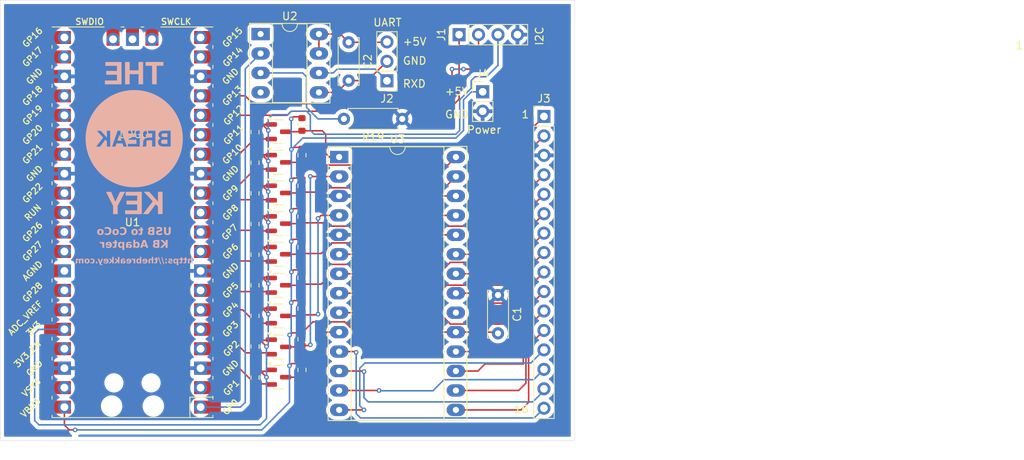
<source format=kicad_pcb>
(kicad_pcb (version 20240108) (generator "pcbnew") (generator_version "8.0")
  (layers (0 "F.Cu" signal) (31 "B.Cu" signal) (34 "B.Paste" user) (35 "F.Paste" user) (36 "B.SilkS" user "B.Silkscreen") (37 "F.SilkS" user "F.Silkscreen") (38 "B.Mask" user) (39 "F.Mask" user) (44 "Edge.Cuts" user))
  (net 0 "")
  (net 1 "SCL")
  (net 2 "SDA")
  (net 3 "+3V3")
  (net 4 "GND")
  (net 5 "UART_{GND}")
  (net 6 "UART_{+5V}")
  (net 7 "UART_{RXD}")
  (net 8 "Net-(J3-Pin_5)")
  (net 9 "Net-(J3-Pin_1)")
  (net 10 "Net-(J3-Pin_12)")
  (net 11 "Net-(J3-Pin_16)")
  (net 12 "Net-(J3-Pin_11)")
  (net 13 "Net-(J3-Pin_6)")
  (net 14 "Net-(J3-Pin_15)")
  (net 15 "Net-(J3-Pin_9)")
  (net 16 "Net-(J3-Pin_4)")
  (net 17 "Net-(J3-Pin_10)")
  (net 18 "Net-(J3-Pin_13)")
  (net 19 "Net-(J3-Pin_14)")
  (net 20 "Net-(J3-Pin_2)")
  (net 21 "Net-(J3-Pin_8)")
  (net 22 "Net-(J3-Pin_7)")
  (net 23 "RESET_{P}")
  (net 24 "RESET_{MT}")
  (net 25 "STROBE_{MT}")
  (net 26 "STROBE_{P}")
  (net 27 "DATA_{MT}")
  (net 28 "DATA_{P}")
  (net 29 "AX0_{MT}")
  (net 30 "AX0_{P}")
  (net 31 "AX1_{P}")
  (net 32 "AX1_{MT}")
  (net 33 "AX2_{MT}")
  (net 34 "AX2_{P}")
  (net 35 "AY0_{MT}")
  (net 36 "AY0_{P}")
  (net 37 "AY1_{MT}")
  (net 38 "AY1_{P}")
  (net 39 "AY2_{P}")
  (net 40 "AY2_{MT}")
  (net 41 "+5V")
  (net 42 "Net-(U2-C)")
  (net 50 "UART_{TX}")
  (footprint "Connector_PinHeader_2.54mm:PinHeader_1x04_P2.54mm_Vertical" (layer "F.Cu") (at 163.42 66.5 90)
    (property "Reference" "J1")
    (property "Value" "I2C" (hide yes))
  )
  (footprint "Resistor_SMD:R_0603_1608Metric" (layer "F.Cu") (at 142.9 102.2625 -90)
    (property "Reference" "R6" (hide yes))
    (property "Value" "10K" (hide yes))
  )
  (footprint "Package_TO_SOT_SMD:SOT-23" (layer "F.Cu") (at 139.8375 99.225)
    (property "Reference" "Q4" (hide yes))
    (property "Value" "BSS138" (hide yes))
  )
  (footprint "Resistor_SMD:R_0603_1608Metric" (layer "F.Cu") (at 142.9 106.26875 -90)
    (property "Reference" "R4" (hide yes))
    (property "Value" "10K" (hide yes))
  )
  (footprint "Package_TO_SOT_SMD:SOT-23" (layer "F.Cu") (at 139.8375 107.275)
    (property "Reference" "Q2" (hide yes))
    (property "Value" "BSS138" (hide yes))
  )
  (footprint "Resistor_SMD:R_0603_1608Metric" (layer "F.Cu") (at 142.9 98.25625 -90)
    (property "Reference" "R8" (hide yes))
    (property "Value" "10K" (hide yes))
  )
  (footprint "Resistor_SMD:R_0603_1608Metric" (layer "F.Cu") (at 142.9 78.225 -90)
    (property "Reference" "R18" (hide yes))
    (property "Value" "10K" (hide yes))
  )
  (footprint "Resistor_SMD:R_0603_1608Metric" (layer "F.Cu") (at 136.775 87.225 -90)
    (property "Reference" "R13" (hide yes))
    (property "Value" "10K" (hide yes))
  )
  (footprint "Resistor_SMD:R_0603_1608Metric" (layer "F.Cu") (at 136.775 95.225 -90)
    (property "Reference" "R9" (hide yes))
    (property "Value" "10K" (hide yes))
  )
  (footprint "MCU_RaspberryPi_and_Boards:RPi_Pico_SMD_TH" (layer "F.Cu") (at 120.775 91 180)
    (property "Reference" "U1")
    (property "Value" "Pico")
  )
  (footprint "Resistor_SMD:R_0603_1608Metric" (layer "F.Cu") (at 136.775 111.275 -90)
    (property "Reference" "R1" (hide yes))
    (property "Value" "10K" (hide yes))
  )
  (footprint "Package_TO_SOT_SMD:SOT-23" (layer "F.Cu") (at 139.8375 83.175)
    (property "Reference" "Q8" (hide yes))
    (property "Value" "BSS138" (hide yes))
  )
  (footprint "Resistor_SMD:R_0603_1608Metric" (layer "F.Cu") (at 136.775 79.225 -90)
    (property "Reference" "R15" (hide yes))
    (property "Value" "10K" (hide yes))
  )
  (footprint "Capacitor_THT:C_Disc_D6.0mm_W2.5mm_P5.00mm" (layer "F.Cu") (at 149 67.5 -90)
    (property "Reference" "C2")
    (property "Value" ".1µF" (hide yes))
  )
  (footprint "Resistor_THT:R_Axial_DIN0207_L6.3mm_D2.5mm_P7.62mm_Horizontal" (layer "F.Cu") (at 156 77.5 180)
    (property "Reference" "R19")
    (property "Value" "330" (hide yes))
  )
  (footprint "Capacitor_THT:C_Disc_D6.0mm_W2.5mm_P5.00mm" (layer "F.Cu") (at 168.5 100.5 -90)
    (property "Reference" "C1")
    (property "Value" ".1µF")
  )
  (footprint "Package_DIP:DIP-28_W15.24mm_Socket_LongPads" (layer "F.Cu") (at 147.76 82.48)
    (property "Reference" "U3")
    (property "Value" "MT8808")
  )
  (footprint "Resistor_SMD:R_0603_1608Metric" (layer "F.Cu") (at 136.775 107.225 -90)
    (property "Reference" "R3" (hide yes))
    (property "Value" "10K" (hide yes))
  )
  (footprint "Connector_PinHeader_2.54mm:PinHeader_1x02_P2.54mm_Vertical" (layer "F.Cu") (at 166.5 73.96)
    (property "Reference" "J4")
    (property "Value" "Power")
  )
  (footprint "Connector_PinHeader_2.54mm:PinHeader_1x03_P2.54mm_Vertical" (layer "F.Cu") (at 154 72.525 180)
    (property "Reference" "J2")
    (property "Value" "UART_{OUT}")
  )
  (footprint "Package_TO_SOT_SMD:SOT-23" (layer "F.Cu") (at 139.8375 91.175)
    (property "Reference" "Q6" (hide yes))
    (property "Value" "BSS138" (hide yes))
  )
  (footprint "Package_TO_SOT_SMD:SOT-23" (layer "F.Cu") (at 139.8375 79.175)
    (property "Reference" "Q9" (hide yes))
    (property "Value" "BSS138" (hide yes))
  )
  (footprint "Resistor_SMD:R_0603_1608Metric" (layer "F.Cu") (at 142.9 82.23125 -90)
    (property "Reference" "R17" (hide yes))
    (property "Value" "10K" (hide yes))
  )
  (footprint "Connector_PinHeader_2.54mm:PinHeader_1x16_P2.54mm_Vertical" (layer "F.Cu") (at 174.5 77.18)
    (property "Reference" "J3")
    (property "Value" "CoCo KB")
  )
  (footprint "Package_TO_SOT_SMD:SOT-23" (layer "F.Cu") (at 139.8375 87.175)
    (property "Reference" "Q7" (hide yes))
    (property "Value" "BSS138" (hide yes))
  )
  (footprint "Resistor_SMD:R_0603_1608Metric" (layer "F.Cu") (at 136.775 103.225 -90)
    (property "Reference" "R5" (hide yes))
    (property "Value" "10K" (hide yes))
  )
  (footprint "Package_TO_SOT_SMD:SOT-23" (layer "F.Cu") (at 139.8375 103.225)
    (property "Reference" "Q3" (hide yes))
    (property "Value" "BSS138" (hide yes))
  )
  (footprint "Resistor_SMD:R_0603_1608Metric" (layer "F.Cu") (at 142.9 94.25 -90)
    (property "Reference" "R10" (hide yes))
    (property "Value" "10K" (hide yes))
  )
  (footprint "Resistor_SMD:R_0603_1608Metric" (layer "F.Cu") (at 136.775 83.225 -90)
    (property "Reference" "R14" (hide yes))
    (property "Value" "10K" (hide yes))
  )
  (footprint "Package_TO_SOT_SMD:SOT-23" (layer "F.Cu") (at 139.8375 111.225)
    (property "Reference" "Q1" (hide yes))
    (property "Value" "BSS138" (hide yes))
  )
  (footprint "Package_DIP:DIP-8_W7.62mm_Socket_LongPads" (layer "F.Cu") (at 137.5 66.42)
    (property "Reference" "U2")
    (property "Value" "6N137")
  )
  (footprint "Package_TO_SOT_SMD:SOT-23" (layer "F.Cu") (at 139.8375 95.175)
    (property "Reference" "Q5" (hide yes))
    (property "Value" "BSS138" (hide yes))
  )
  (footprint "Resistor_SMD:R_0603_1608Metric" (layer "F.Cu") (at 142.9 90.24375 -90)
    (property "Reference" "R12" (hide yes))
    (property "Value" "10K" (hide yes))
  )
  (footprint "Resistor_SMD:R_0603_1608Metric" (layer "F.Cu") (at 142.9 86.2375 -90)
    (property "Reference" "R16" (hide yes))
    (property "Value" "10K" (hide yes))
  )
  (footprint "Resistor_SMD:R_0603_1608Metric" (layer "F.Cu") (at 136.775 99.225 -90)
    (property "Reference" "R7" (hide yes))
    (property "Value" "10K" (hide yes))
  )
  (footprint "Resistor_SMD:R_0603_1608Metric" (layer "F.Cu") (at 142.9 110.275 -90)
    (property "Reference" "R2" (hide yes))
    (property "Value" "10K" (hide yes))
  )
  (footprint "Resistor_SMD:R_0603_1608Metric" (layer "F.Cu") (at 136.775 91.225 -90)
    (property "Reference" "R11" (hide yes))
    (property "Value" "10K" (hide yes))
  )
  (footprint "tbk-branding:tbk-logo" (layer "F.Cu") (at 121 80)
    (property "Reference" "LOGO")
    (property "Value" "tbk-logo")
  )
  (gr_rect (start 103.5 62) (end 178.5 119.5) (stroke (width 0.05)) (fill none) (layer "Edge.Cuts"))
  (gr_text "https://thebreakkey.com" (at 121 96.5 0) (layer "B.SilkS") (effects (font (size 0.8 0.8) (thickness 0.2) (bold yes)) (justify bottom mirror)))
  (gr_text "USB to CoCo\nKB Adapter" (at 121 94.5 -0) (layer "B.SilkS") (effects (font (size 1 1) (thickness 0.2) (bold yes)) (justify bottom mirror)))
  (gr_text "1" (at 171.5 77.5 0) (layer "F.SilkS") (effects (font (size 1 1)) (justify left bottom)))
  (gr_text "I2C" (at 174.5 68 90) (layer "F.SilkS") (effects (font (size 1 1)) (justify left bottom)))
  (gr_text "RXD" (at 156 73.5 0) (layer "F.SilkS") (effects (font (size 1 1)) (justify left bottom)))
  (gr_text "GND" (at 161.5 77.5 0) (layer "F.SilkS") (effects (font (size 1 1)) (justify left bottom)))
  (gr_text "1" (at 236 68.5 0) (layer "F.SilkS") (effects (font (size 1 1)) (justify left bottom)))
  (gr_text "UART" (at 156 65.5 0) (layer "F.SilkS") (effects (font (size 1 1)) (justify right bottom)))
  (gr_text "Power" (at 169 79.5 0) (layer "F.SilkS") (effects (font (size 1 1)) (justify right bottom)))
  (gr_text "GND" (at 156 70.5 0) (layer "F.SilkS") (effects (font (size 1 1)) (justify left bottom)))
  (gr_text "16" (at 170.5 116 0) (layer "F.SilkS") (effects (font (size 1 1)) (justify left bottom)))
  (gr_text "+5V" (at 156 68 0) (layer "F.SilkS") (effects (font (size 1 1)) (justify left bottom)))
  (gr_text "+5V" (at 161.5 74.5 0) (layer "F.SilkS") (effects (font (size 1 1)) (justify left bottom)))
  (segment (start 162 75) (end 162.5 74.5) (width 0.2) (layer "F.Cu") (net 1))
  (segment (start 162.5 74.5) (end 162.5 71) (width 0.2) (layer "F.Cu") (net 1))
  (segment (start 147 75.5) (end 147.5 75) (width 0.2) (layer "F.Cu") (net 1))
  (segment (start 135.49 74.49) (end 136.5 75.5) (width 0.2) (layer "F.Cu") (net 1))
  (segment (start 129.665 74.49) (end 135.49 74.49) (width 0.2) (layer "F.Cu") (net 1))
  (segment (start 147.5 75) (end 162 75) (width 0.2) (layer "F.Cu") (net 1))
  (segment (start 165.5 71) (end 165.96 70.54) (width 0.2) (layer "F.Cu") (net 1))
  (segment (start 136.5 75.5) (end 147 75.5) (width 0.2) (layer "F.Cu") (net 1))
  (segment (start 165.96 70.54) (end 165.96 66.5) (width 0.2) (layer "F.Cu") (net 1))
  (segment (start 164 71) (end 165.5 71) (width 0.2) (layer "F.Cu") (net 1))
  (via (at 162.5 71) (size 0.6) (drill 0.3) (layers "F.Cu" "B.Cu") (net 1))
  (via (at 164 71) (size 0.6) (drill 0.3) (layers "F.Cu" "B.Cu") (net 1))
  (segment (start 162.5 71) (end 164 71) (width 0.2) (layer "B.Cu") (net 1))
  (segment (start 129.665 77.03) (end 140.97 77.03) (width 0.2) (layer "F.Cu") (net 2))
  (segment (start 147.5 75.5) (end 162.5 75.5) (width 0.2) (layer "F.Cu") (net 2))
  (segment (start 163.42 74.92) (end 163.42 66.5) (width 0.2) (layer "F.Cu") (net 2))
  (segment (start 146.5 76.5) (end 147.5 75.5) (width 0.2) (layer "F.Cu") (net 2))
  (segment (start 140.97 77.03) (end 141.5 76.5) (width 0.2) (layer "F.Cu") (net 2))
  (segment (start 162.84 75.5) (end 162.5 75.5) (width 0.2) (layer "F.Cu") (net 2))
  (segment (start 141.5 76.5) (end 146.5 76.5) (width 0.2) (layer "F.Cu") (net 2))
  (segment (start 163.42 74.92) (end 162.84 75.5) (width 0.2) (layer "F.Cu") (net 2))
  (segment (start 137.775 106.4) (end 138.825 106.4) (width 0.2) (layer "F.Cu") (net 3))
  (segment (start 138.825 106.4) (end 138.9 106.325) (width 0.2) (layer "F.Cu") (net 3))
  (segment (start 137 86.225) (end 138 86.225) (width 0.2) (layer "F.Cu") (net 3))
  (segment (start 137.775 110.725) (end 138.275 111.225) (width 0.2) (layer "F.Cu") (net 3))
  (segment (start 138 90.175) (end 138 90.5) (width 0.2) (layer "F.Cu") (net 3))
  (segment (start 137.775 106.725) (end 138.275 107.225) (width 0.2) (layer "F.Cu") (net 3))
  (segment (start 139.05 82.175) (end 139.125 82.1) (width 0.2) (layer "F.Cu") (net 3))
  (segment (start 138 94.225) (end 138.95 94.225) (width 0.2) (layer "F.Cu") (net 3))
  (segment (start 138 102.225) (end 138 102.5) (width 0.2) (layer "F.Cu") (net 3))
  (segment (start 138 98.175) (end 139.05 98.175) (width 0.2) (layer "F.Cu") (net 3))
  (segment (start 137 102.225) (end 138 102.225) (width 0.2) (layer "F.Cu") (net 3))
  (segment (start 138 82.175) (end 139.05 82.175) (width 0.2) (layer "F.Cu") (net 3))
  (segment (start 138 98.5) (end 138.5 99) (width 0.2) (layer "F.Cu") (net 3))
  (segment (start 138 90.5) (end 138.5 91) (width 0.2) (layer "F.Cu") (net 3))
  (segment (start 138 86.225) (end 138.95 86.225) (width 0.2) (layer "F.Cu") (net 3))
  (segment (start 137.775 110.45) (end 138.725 110.45) (width 0.2) (layer "F.Cu") (net 3))
  (segment (start 138 98.175) (end 138 98.5) (width 0.2) (layer "F.Cu") (net 3))
  (segment (start 138 90.175) (end 139.05 90.175) (width 0.2) (layer "F.Cu") (net 3))
  (segment (start 138 78.5) (end 138.5 79) (width 0.2) (layer "F.Cu") (net 3))
  (segment (start 139.05 98.175) (end 139.125 98.1) (width 0.2) (layer "F.Cu") (net 3))
  (segment (start 137 98.175) (end 138 98.175) (width 0.2) (layer "F.Cu") (net 3))
  (segment (start 136.775 110.45) (end 137.775 110.45) (width 0.2) (layer "F.Cu") (net 3))
  (segment (start 137 90.175) (end 138 90.175) (width 0.2) (layer "F.Cu") (net 3))
  (segment (start 137.775 106.4) (end 137.775 106.725) (width 0.2) (layer "F.Cu") (net 3))
  (segment (start 138 94.5) (end 138.5 95) (width 0.2) (layer "F.Cu") (net 3))
  (segment (start 138 82.175) (end 138 82.5) (width 0.2) (layer "F.Cu") (net 3))
  (segment (start 138 78.225) (end 138 78.5) (width 0.2) (layer "F.Cu") (net 3))
  (segment (start 137 78.225) (end 138 78.225) (width 0.2) (layer "F.Cu") (net 3))
  (segment (start 136.775 106.4) (end 137.775 106.4) (width 0.2) (layer "F.Cu") (net 3))
  (segment (start 138 86.225) (end 138 86.5) (width 0.2) (layer "F.Cu") (net 3))
  (segment (start 137.775 110.45) (end 137.775 110.725) (width 0.2) (layer "F.Cu") (net 3))
  (segment (start 139.05 90.175) (end 139.125 90.1) (width 0.2) (layer "F.Cu") (net 3))
  (segment (start 138 94.225) (end 138 94.5) (width 0.2) (layer "F.Cu") (net 3))
  (segment (start 138 86.5) (end 138.5 87) (width 0.2) (layer "F.Cu") (net 3))
  (segment (start 138 102.5) (end 138.5 103) (width 0.2) (layer "F.Cu") (net 3))
  (segment (start 138 78.225) (end 138.95 78.225) (width 0.2) (layer "F.Cu") (net 3))
  (segment (start 137 94.225) (end 138 94.225) (width 0.2) (layer "F.Cu") (net 3))
  (segment (start 138 82.5) (end 138.5 83) (width 0.2) (layer "F.Cu") (net 3))
  (segment (start 137 82.175) (end 138 82.175) (width 0.2) (layer "F.Cu") (net 3))
  (segment (start 138 102.225) (end 138.95 102.225) (width 0.2) (layer "F.Cu") (net 3))
  (via (at 138.5 95) (size 0.6) (drill 0.3) (layers "F.Cu" "B.Cu") (net 3))
  (via (at 138.5 79) (size 0.6) (drill 0.3) (layers "F.Cu" "B.Cu") (net 3))
  (via (at 138.275 107.225) (size 0.6) (drill 0.3) (layers "F.Cu" "B.Cu") (net 3))
  (via (at 138.5 103) (size 0.6) (drill 0.3) (layers "F.Cu" "B.Cu") (net 3))
  (via (at 138.5 87) (size 0.6) (drill 0.3) (layers "F.Cu" "B.Cu") (net 3))
  (via (at 138.5 99) (size 0.6) (drill 0.3) (layers "F.Cu" "B.Cu") (net 3))
  (via (at 138.5 83) (size 0.6) (drill 0.3) (layers "F.Cu" "B.Cu") (net 3))
  (via (at 138.275 111.225) (size 0.6) (drill 0.3) (layers "F.Cu" "B.Cu") (net 3))
  (via (at 138.5 91) (size 0.6) (drill 0.3) (layers "F.Cu" "B.Cu") (net 3))
  (segment (start 163.5 79) (end 163.5 75) (width 0.2) (layer "B.Cu") (net 3))
  (segment (start 165 72.5) (end 165.5 72) (width 0.2) (layer "B.Cu") (net 3))
  (segment (start 144.5 79.5) (end 163 79.5) (width 0.2) (layer "B.Cu") (net 3))
  (segment (start 138.5 79) (end 138.5 77.5) (width 0.2) (layer "B.Cu") (net 3))
  (segment (start 109.03 104.97) (end 111.885 104.97) (width 0.2) (layer "B.Cu") (net 3))
  (segment (start 144 77) (end 144 79) (width 0.2) (layer "B.Cu") (net 3))
  (segment (start 138.5 107) (end 138.275 107.225) (width 0.2) (layer "B.Cu") (net 3))
  (segment (start 108 116.89) (end 108 105.5) (width 0.2) (layer "B.Cu") (net 3))
  (segment (start 163.5 75) (end 165 73.5) (width 0.2) (layer "B.Cu") (net 3))
  (segment (start 143.5 76.5) (end 144 77) (width 0.2) (layer "B.Cu") (net 3))
  (segment (start 165.5 72) (end 167 72) (width 0.2) (layer "B.Cu") (net 3))
  (segment (start 138.5 83) (end 138.5 87) (width 0.2) (layer "B.Cu") (net 3))
  (segment (start 163 79.5) (end 163.5 79) (width 0.2) (layer "B.Cu") (net 3))
  (segment (start 109 105) (end 109.03 104.97) (width 0.2) (layer "B.Cu") (net 3))
  (segment (start 138.275 107.225) (end 138.275 111.225) (width 0.2) (layer "B.Cu") (net 3))
  (segment (start 139.05 76.95) (end 141.05 76.95) (width 0.2) (layer "B.Cu") (net 3))
  (segment (start 108 105.5) (end 108.5 105) (width 0.2) (layer "B.Cu") (net 3))
  (segment (start 138.5 95) (end 138.5 99) (width 0.2) (layer "B.Cu") (net 3))
  (segment (start 167 72) (end 168.5 70.5) (width 0.2) (layer "B.Cu") (net 3))
  (segment (start 168.5 70.5) (end 168.5 66.5) (width 0.2) (layer "B.Cu") (net 3))
  (segment (start 138.5 103) (end 138.5 107) (width 0.2) (layer "B.Cu") (net 3))
  (segment (start 141.5 76.5) (end 143.5 76.5) (width 0.2) (layer "B.Cu") (net 3))
  (segment (start 108.55 117.44) (end 108 116.89) (width 0.2) (layer "B.Cu") (net 3))
  (segment (start 138.5 87) (end 138.5 91) (width 0.2) (layer "B.Cu") (net 3))
  (segment (start 138.275 116.625) (end 137.45 117.45) (width 0.2) (layer "B.Cu") (net 3))
  (segment (start 137.45 117.45) (end 108.55 117.45) (width 0.2) (layer "B.Cu") (net 3))
  (segment (start 138.5 91) (end 138.5 95) (width 0.2) (layer "B.Cu") (net 3))
  (segment (start 165 73.5) (end 165 72.5) (width 0.2) (layer "B.Cu") (net 3))
  (segment (start 138.5 77.5) (end 139.05 76.95) (width 0.2) (layer "B.Cu") (net 3))
  (segment (start 144 79) (end 144.5 79.5) (width 0.2) (layer "B.Cu") (net 3))
  (segment (start 138.275 111.225) (end 138.275 116.625) (width 0.2) (layer "B.Cu") (net 3))
  (segment (start 141.05 76.95) (end 141.5 76.5) (width 0.2) (layer "B.Cu") (net 3))
  (segment (start 108.5 105) (end 109 105) (width 0.2) (layer "B.Cu") (net 3))
  (segment (start 138.5 99) (end 138.5 103) (width 0.2) (layer "B.Cu") (net 3))
  (segment (start 138.5 79) (end 138.5 83) (width 0.2) (layer "B.Cu") (net 3))
  (segment (start 147.46 74.04) (end 149 72.5) (width 0.2) (layer "F.Cu") (net 5))
  (segment (start 151.485 72.5) (end 154 69.985) (width 0.2) (layer "F.Cu") (net 5))
  (segment (start 145.12 74.04) (end 147.46 74.04) (width 0.2) (layer "F.Cu") (net 5))
  (segment (start 149 72.5) (end 151.485 72.5) (width 0.2) (layer "F.Cu") (net 5))
  (segment (start 149 67.5) (end 153.945 67.5) (width 0.2) (layer "F.Cu") (net 6))
  (segment (start 153.945 67.5) (end 154 67.445) (width 0.2) (layer "F.Cu") (net 6))
  (segment (start 145.12 66.42) (end 145.12 68.96) (width 0.2) (layer "F.Cu") (net 6))
  (segment (start 145.12 66.42) (end 147.92 66.42) (width 0.2) (layer "F.Cu") (net 6))
  (segment (start 147.92 66.42) (end 149 67.5) (width 0.2) (layer "F.Cu") (net 6))
  (segment (start 145.12 71.5) (end 147 71.5) (width 0.2) (layer "B.Cu") (net 7))
  (segment (start 147 71.5) (end 147.5 71) (width 0.2) (layer "B.Cu") (net 7))
  (segment (start 147.5 71) (end 152.475 71) (width 0.2) (layer "B.Cu") (net 7))
  (segment (start 152.475 71) (end 154 72.525) (width 0.2) (layer "B.Cu") (net 7))
  (segment (start 171.95 97) (end 171.95 95.832513) (width 0.2) (layer "F.Cu") (net 8))
  (segment (start 172.442513 91.442512) (end 172.442513 89.397487) (width 0.2) (layer "F.Cu") (net 8))
  (segment (start 172.282513 91.602512) (end 172.442513 91.442512) (width 0.2) (layer "F.Cu") (net 8))
  (segment (start 171.95 95.832513) (end 172.282513 95.5) (width 0.2) (layer "F.Cu") (net 8))
  (segment (start 163 97.72) (end 171.23 97.72) (width 0.2) (layer "F.Cu") (net 8))
  (segment (start 172.442513 89.397487) (end 174.5 87.34) (width 0.2) (layer "F.Cu") (net 8))
  (segment (start 171.23 97.72) (end 171.95 97) (width 0.2) (layer "F.Cu") (net 8))
  (segment (start 172.282513 95.5) (end 172.282513 91.602512) (width 0.2) (layer "F.Cu") (net 8))
  (segment (start 165 91.5) (end 155.005026 91.5) (width 0.2) (layer "F.Cu") (net 9))
  (segment (start 171 90.5) (end 166 90.5) (width 0.2) (layer "F.Cu") (net 9))
  (segment (start 174.5 77.18) (end 172.15 79.53) (width 0.2) (layer "F.Cu") (net 9))
  (segment (start 172.15 87.85) (end 171 89) (width 0.2) (layer "F.Cu") (net 9))
  (segment (start 155.005026 91.5) (end 151.325026 95.18) (width 0.2) (layer "F.Cu") (net 9))
  (segment (start 171 89) (end 171 90.5) (width 0.2) (layer "F.Cu") (net 9))
  (segment (start 151.325026 95.18) (end 147.76 95.18) (width 0.2) (layer "F.Cu") (net 9))
  (segment (start 172.15 79.53) (end 172.15 87.85) (width 0.2) (layer "F.Cu") (net 9))
  (segment (start 166 90.5) (end 165 91.5) (width 0.2) (layer "F.Cu") (net 9))
  (segment (start 172.5 107.12) (end 174.5 105.12) (width 0.2) (layer "F.Cu") (net 10))
  (segment (start 172.5 114.5) (end 172.5 107.12) (width 0.2) (layer "F.Cu") (net 10))
  (segment (start 163 115.5) (end 171.5 115.5) (width 0.2) (layer "F.Cu") (net 10))
  (segment (start 171.5 115.5) (end 172.5 114.5) (width 0.2) (layer "F.Cu") (net 10))
  (segment (start 147.76 107.88) (end 149.88 107.88) (width 0.2) (layer "F.Cu") (net 11))
  (segment (start 149.88 107.88) (end 149.981272 107.981273) (width 0.2) (layer "F.Cu") (net 11))
  (via (at 149.981272 107.981273) (size 0.6) (drill 0.3) (layers "F.Cu" "B.Cu") (net 11))
  (segment (start 174.5 115.28) (end 173.23 116.55) (width 0.2) (layer "B.Cu") (net 11))
  (segment (start 173.23 116.55) (end 150.55 116.55) (width 0.2) (layer "B.Cu") (net 11))
  (segment (start 149.981272 115.981272) (end 149.981272 107.981273) (width 0.2) (layer "B.Cu") (net 11))
  (segment (start 150.55 116.55) (end 149.981272 115.981272) (width 0.2) (layer "B.Cu") (net 11))
  (segment (start 163 112.96) (end 171.19 112.96) (width 0.2) (layer "F.Cu") (net 12))
  (segment (start 172.15 106.85) (end 172.5 106.5) (width 0.2) (layer "F.Cu") (net 12))
  (segment (start 172.5 106.5) (end 172.5 104.58) (width 0.2) (layer "F.Cu") (net 12))
  (segment (start 172.15 112) (end 172.15 106.85) (width 0.2) (layer "F.Cu") (net 12))
  (segment (start 171.19 112.96) (end 172.15 112) (width 0.2) (layer "F.Cu") (net 12))
  (segment (start 172.5 104.58) (end 174.5 102.58) (width 0.2) (layer "F.Cu") (net 12))
  (segment (start 172.632513 95.837538) (end 172.3 96.170051) (width 0.2) (layer "F.Cu") (net 13))
  (segment (start 172.3 96.170051) (end 172.3 98) (width 0.2) (layer "F.Cu") (net 13))
  (segment (start 161.79 99.21) (end 160.74 100.26) (width 0.2) (layer "F.Cu") (net 13))
  (segment (start 172.3 98) (end 171.09 99.21) (width 0.2) (layer "F.Cu") (net 13))
  (segment (start 172.632513 91.747487) (end 172.632513 95.837538) (width 0.2) (layer "F.Cu") (net 13))
  (segment (start 161.79 99.21) (end 171.09 99.21) (width 0.2) (layer "F.Cu") (net 13))
  (segment (start 174.5 89.88) (end 172.632513 91.747487) (width 0.2) (layer "F.Cu") (net 13))
  (segment (start 160.74 100.26) (end 147.76 100.26) (width 0.2) (layer "F.Cu") (net 13))
  (segment (start 147.76 110.42) (end 150.92 110.42) (width 0.2) (layer "F.Cu") (net 14))
  (segment (start 150.92 110.42) (end 151 110.5) (width 0.2) (layer "F.Cu") (net 14))
  (via (at 151 110.5) (size 0.6) (drill 0.3) (layers "F.Cu" "B.Cu") (net 14))
  (segment (start 173.05 114.45) (end 174.5 113) (width 0.2) (layer "B.Cu") (net 14))
  (segment (start 174.5 113) (end 174.5 112.74) (width 0.2) (layer "B.Cu") (net 14))
  (segment (start 151 113.9) (end 151.55 114.45) (width 0.2) (layer "B.Cu") (net 14))
  (segment (start 151.55 114.45) (end 173.05 114.45) (width 0.2) (layer "B.Cu") (net 14))
  (segment (start 151 110.5) (end 151 113.9) (width 0.2) (layer "B.Cu") (net 14))
  (segment (start 172.4 99.6) (end 172.4 103.5) (width 0.2) (layer "F.Cu") (net 15))
  (segment (start 172.4 103.5) (end 171.8 104.1) (width 0.2) (layer "F.Cu") (net 15))
  (segment (start 171.45 106.56005) (end 171.45 107) (width 0.2) (layer "F.Cu") (net 15))
  (segment (start 166.45 107) (end 171.45 107) (width 0.2) (layer "F.Cu") (net 15))
  (segment (start 165.57 107.88) (end 163 107.88) (width 0.2) (layer "F.Cu") (net 15))
  (segment (start 174.5 97.5) (end 172.4 99.6) (width 0.2) (layer "F.Cu") (net 15))
  (segment (start 171.8 106.21005) (end 171.45 106.56005) (width 0.2) (layer "F.Cu") (net 15))
  (segment (start 166.45 107) (end 165.57 107.88) (width 0.2) (layer "F.Cu") (net 15))
  (segment (start 171.8 104.1) (end 171.8 106.21005) (width 0.2) (layer "F.Cu") (net 15))
  (segment (start 174.5 84.8) (end 173 86.3) (width 0.2) (layer "F.Cu") (net 16))
  (segment (start 173 88) (end 171.932513 89.067487) (width 0.2) (layer "F.Cu") (net 16))
  (segment (start 173 86.3) (end 173 88) (width 0.2) (layer "F.Cu") (net 16))
  (segment (start 171.057538 96.23) (end 162.27 96.23) (width 0.2) (layer "F.Cu") (net 16))
  (segment (start 160.78 97.72) (end 147.76 97.72) (width 0.2) (layer "F.Cu") (net 16))
  (segment (start 171.932513 95.355025) (end 171.057538 96.23) (width 0.2) (layer "F.Cu") (net 16))
  (segment (start 162.27 96.23) (end 160.78 97.72) (width 0.2) (layer "F.Cu") (net 16))
  (segment (start 171.932513 89.067487) (end 171.932513 95.355025) (width 0.2) (layer "F.Cu") (net 16))
  (segment (start 172.75 101.79) (end 172.75 103.75) (width 0.2) (layer "F.Cu") (net 17))
  (segment (start 171.8 109.5) (end 166.8 109.5) (width 0.2) (layer "F.Cu") (net 17))
  (segment (start 172.15 106.355025) (end 171.8 106.705025) (width 0.2) (layer "F.Cu") (net 17))
  (segment (start 166.8 109.5) (end 165.88 110.42) (width 0.2) (layer "F.Cu") (net 17))
  (segment (start 172.15 104.35) (end 172.15 106.355025) (width 0.2) (layer "F.Cu") (net 17))
  (segment (start 172.75 103.75) (end 172.15 104.35) (width 0.2) (layer "F.Cu") (net 17))
  (segment (start 165.88 110.42) (end 163 110.42) (width 0.2) (layer "F.Cu") (net 17))
  (segment (start 174.5 100.04) (end 172.75 101.79) (width 0.2) (layer "F.Cu") (net 17))
  (segment (start 171.8 106.705025) (end 171.8 109.5) (width 0.2) (layer "F.Cu") (net 17))
  (segment (start 147.76 115.5) (end 150.5 115.5) (width 0.2) (layer "F.Cu") (net 18))
  (segment (start 150.5 115.5) (end 151 115.5) (width 0.2) (layer "F.Cu") (net 18))
  (via (at 151 115.5) (size 0.6) (drill 0.3) (layers "F.Cu" "B.Cu") (net 18))
  (segment (start 151.13 109.37) (end 150.45 110.05) (width 0.2) (layer "B.Cu") (net 18))
  (segment (start 150.45 110.05) (end 150.45 114.95) (width 0.2) (layer "B.Cu") (net 18))
  (segment (start 150.45 114.95) (end 151 115.5) (width 0.2) (layer "B.Cu") (net 18))
  (segment (start 172.79 109.37) (end 151.13 109.37) (width 0.2) (layer "B.Cu") (net 18))
  (segment (start 174.5 107.66) (end 172.79 109.37) (width 0.2) (layer "B.Cu") (net 18))
  (segment (start 147.76 112.96) (end 152.96 112.96) (width 0.2) (layer "F.Cu") (net 19))
  (via (at 152.96 112.96) (size 0.6) (drill 0.3) (layers "F.Cu" "B.Cu") (net 19))
  (segment (start 173.15 111.55) (end 161.45 111.55) (width 0.2) (layer "B.Cu") (net 19))
  (segment (start 161.45 111.55) (end 160 113) (width 0.2) (layer "B.Cu") (net 19))
  (segment (start 174.5 110.2) (end 173.15 111.55) (width 0.2) (layer "B.Cu") (net 19))
  (segment (start 160 113) (end 153 113) (width 0.2) (layer "B.Cu") (net 19))
  (segment (start 153 113) (end 152.96 112.96) (width 0.2) (layer "B.Cu") (net 19))
  (segment (start 172.5 81.72) (end 172.5 88) (width 0.2) (layer "F.Cu") (net 20))
  (segment (start 172.5 88) (end 171.5 89) (width 0.2) (layer "F.Cu") (net 20))
  (segment (start 166.5 94.5) (end 165.82 95.18) (width 0.2) (layer "F.Cu") (net 20))
  (segment (start 171.5 89) (end 171.5 94.5) (width 0.2) (layer "F.Cu") (net 20))
  (segment (start 165.82 95.18) (end 163 95.18) (width 0.2) (layer "F.Cu") (net 20))
  (segment (start 171.5 94.5) (end 166.5 94.5) (width 0.2) (layer "F.Cu") (net 20))
  (segment (start 174.5 79.72) (end 172.5 81.72) (width 0.2) (layer "F.Cu") (net 20))
  (segment (start 171.45 101.55) (end 172 101) (width 0.2) (layer "F.Cu") (net 21))
  (segment (start 171.45 104.05) (end 171.45 101.55) (width 0.2) (layer "F.Cu") (net 21))
  (segment (start 173 98.5) (end 173 96.46) (width 0.2) (layer "F.Cu") (net 21))
  (segment (start 160.8 102.8) (end 162.29 104.29) (width 0.2) (layer "F.Cu") (net 21))
  (segment (start 171.21 104.29) (end 171.45 104.05) (width 0.2) (layer "F.Cu") (net 21))
  (segment (start 172 101) (end 172 99.5) (width 0.2) (layer "F.Cu") (net 21))
  (segment (start 173 96.46) (end 174.5 94.96) (width 0.2) (layer "F.Cu") (net 21))
  (segment (start 172 99.5) (end 173 98.5) (width 0.2) (layer "F.Cu") (net 21))
  (segment (start 162.29 104.29) (end 171.21 104.29) (width 0.2) (layer "F.Cu") (net 21))
  (segment (start 147.76 102.8) (end 160.8 102.8) (width 0.2) (layer "F.Cu") (net 21))
  (segment (start 170.45 101.55) (end 171.5 100.5) (width 0.2) (layer "F.Cu") (net 22))
  (segment (start 163 100.26) (end 166.26 100.26) (width 0.2) (layer "F.Cu") (net 22))
  (segment (start 172.982513 95.982513) (end 172.982513 93.937487) (width 0.2) (layer "F.Cu") (net 22))
  (segment (start 172.65 98.35) (end 172.65 96.315026) (width 0.2) (layer "F.Cu") (net 22))
  (segment (start 167.55 101.55) (end 170.45 101.55) (width 0.2) (layer "F.Cu") (net 22))
  (segment (start 166.26 100.26) (end 167.55 101.55) (width 0.2) (layer "F.Cu") (net 22))
  (segment (start 171.5 99.5) (end 172.65 98.35) (width 0.2) (layer "F.Cu") (net 22))
  (segment (start 172.65 96.315026) (end 172.982513 95.982513) (width 0.2) (layer "F.Cu") (net 22))
  (segment (start 171.5 100.5) (end 171.5 99.5) (width 0.2) (layer "F.Cu") (net 22))
  (segment (start 172.982513 93.937487) (end 174.5 92.42) (width 0.2) (layer "F.Cu") (net 22))
  (segment (start 138.825 112.1) (end 138.9 112.175) (width 0.2) (layer "F.Cu") (net 23))
  (segment (start 129.665 107.51) (end 132.185 107.51) (width 0.2) (layer "F.Cu") (net 23))
  (segment (start 136.775 112.1) (end 138.825 112.1) (width 0.2) (layer "F.Cu") (net 23))
  (segment (start 132.185 107.51) (end 136.775 112.1) (width 0.2) (layer "F.Cu") (net 23))
  (segment (start 145.4 111.1) (end 142.9 111.1) (width 0.2) (layer "F.Cu") (net 24))
  (segment (start 145.4 111.1) (end 146 110.5) (width 0.2) (layer "F.Cu") (net 24))
  (segment (start 146 105.5) (end 146.16 105.34) (width 0.2) (layer "F.Cu") (net 24))
  (segment (start 146.16 105.34) (end 147.76 105.34) (width 0.2) (layer "F.Cu") (net 24))
  (segment (start 146 110.5) (end 146 105.5) (width 0.2) (layer "F.Cu") (net 24))
  (segment (start 140.775 111.225) (end 142.775 111.225) (width 0.2) (layer "F.Cu") (net 24))
  (segment (start 142.775 111.225) (end 142.9 111.1) (width 0.2) (layer "F.Cu") (net 24))
  (segment (start 144.02 85.02) (end 147.76 85.02) (width 0.2) (layer "F.Cu") (net 25))
  (segment (start 144 85) (end 144.02 85.02) (width 0.2) (layer "F.Cu") (net 25))
  (segment (start 140.775 107.275) (end 142.71875 107.275) (width 0.2) (layer "F.Cu") (net 25))
  (segment (start 143.90625 107.09375) (end 144 107) (width 0.2) (layer "F.Cu") (net 25))
  (segment (start 142.71875 107.275) (end 142.9 107.09375) (width 0.2) (layer "F.Cu") (net 25))
  (segment (start 142.9 107.09375) (end 143.90625 107.09375) (width 0.2) (layer "F.Cu") (net 25))
  (via (at 144 85) (size 0.6) (drill 0.3) (layers "F.Cu" "B.Cu") (net 25))
  (via (at 144 107) (size 0.6) (drill 0.3) (layers "F.Cu" "B.Cu") (net 25))
  (segment (start 144 107) (end 144 85) (width 0.2) (layer "B.Cu") (net 25))
  (segment (start 129.665 104.97) (end 132.47 104.97) (width 0.2) (layer "F.Cu") (net 26))
  (segment (start 138.725 108.05) (end 138.9 108.225) (width 0.2) (layer "F.Cu") (net 26))
  (segment (start 135.55 108.05) (end 136.775 108.05) (width 0.2) (layer "F.Cu") (net 26))
  (segment (start 132.47 104.97) (end 135.55 108.05) (width 0.2) (layer "F.Cu") (net 26))
  (segment (start 136.775 108.05) (end 138.725 108.05) (width 0.2) (layer "F.Cu") (net 26))
  (segment (start 144.9125 103.0875) (end 145 103) (width 0.2) (layer "F.Cu") (net 27))
  (segment (start 145 90.5) (end 145.4 90.1) (width 0.2) (layer "F.Cu") (net 27))
  (segment (start 140.775 103.225) (end 142.7625 103.225) (width 0.2) (layer "F.Cu") (net 27))
  (segment (start 145.4 90.1) (end 147.76 90.1) (width 0.2) (layer "F.Cu") (net 27))
  (segment (start 142.9 103.0875) (end 144.9125 103.0875) (width 0.2) (layer "F.Cu") (net 27))
  (segment (start 142.7625 103.225) (end 142.9 103.0875) (width 0.2) (layer "F.Cu") (net 27))
  (segment (start 147.36 90.5) (end 147.76 90.1) (width 0.2) (layer "F.Cu") (net 27))
  (via (at 145 90.5) (size 0.6) (drill 0.3) (layers "F.Cu" "B.Cu") (net 27))
  (via (at 145 103) (size 0.6) (drill 0.3) (layers "F.Cu" "B.Cu") (net 27))
  (segment (start 145 103) (end 145 90.5) (width 0.2) (layer "B.Cu") (net 27))
  (segment (start 136.775 104.05) (end 137.45 104.05) (width 0.2) (layer "F.Cu") (net 28))
  (segment (start 135.155 102.43) (end 136.775 104.05) (width 0.2) (layer "F.Cu") (net 28))
  (segment (start 137.45 104.05) (end 137.575 104.175) (width 0.2) (layer "F.Cu") (net 28))
  (segment (start 137.575 104.175) (end 138.9 104.175) (width 0.2) (layer "F.Cu") (net 28))
  (segment (start 129.665 102.43) (end 135.155 102.43) (width 0.2) (layer "F.Cu") (net 28))
  (segment (start 146.5 96.5) (end 146 97) (width 0.2) (layer "F.Cu") (net 29))
  (segment (start 145.41875 99.08125) (end 142.9 99.08125) (width 0.2) (layer "F.Cu") (net 29))
  (segment (start 150.5 96.5) (end 146.5 96.5) (width 0.2) (layer "F.Cu") (net 29))
  (segment (start 154.36 92.64) (end 150.5 96.5) (width 0.2) (layer "F.Cu") (net 29))
  (segment (start 163 92.64) (end 154.36 92.64) (width 0.2) (layer "F.Cu") (net 29))
  (segment (start 146 97) (end 146 98.5) (width 0.2) (layer "F.Cu") (net 29))
  (segment (start 140.775 99.225) (end 142.75625 99.225) (width 0.2) (layer "F.Cu") (net 29))
  (segment (start 142.75625 99.225) (end 142.9 99.08125) (width 0.2) (layer "F.Cu") (net 29))
  (segment (start 146 98.5) (end 145.41875 99.08125) (width 0.2) (layer "F.Cu") (net 29))
  (segment (start 129.825 100.05) (end 136.775 100.05) (width 0.2) (layer "F.Cu") (net 30))
  (segment (start 129.665 99.89) (end 129.825 100.05) (width 0.2) (layer "F.Cu") (net 30))
  (segment (start 136.775 100.05) (end 138.775 100.05) (width 0.2) (layer "F.Cu") (net 30))
  (segment (start 138.775 100.05) (end 138.9 100.175) (width 0.2) (layer "F.Cu") (net 30))
  (segment (start 133.31 94.81) (end 134.55 96.05) (width 0.2) (layer "F.Cu") (net 31))
  (segment (start 134.55 96.05) (end 136.775 96.05) (width 0.2) (layer "F.Cu") (net 31))
  (segment (start 136.775 96.05) (end 138.825 96.05) (width 0.2) (layer "F.Cu") (net 31))
  (segment (start 129.665 94.81) (end 133.31 94.81) (width 0.2) (layer "F.Cu") (net 31))
  (segment (start 138.825 96.05) (end 138.9 96.125) (width 0.2) (layer "F.Cu") (net 31))
  (segment (start 142.8 95.175) (end 142.9 95.075) (width 0.2) (layer "F.Cu") (net 32))
  (segment (start 155.9 90.1) (end 152.31 93.69) (width 0.2) (layer "F.Cu") (net 32))
  (segment (start 152.31 93.69) (end 146.81 93.69) (width 0.2) (layer "F.Cu") (net 32))
  (segment (start 140.775 95.175) (end 142.8 95.175) (width 0.2) (layer "F.Cu") (net 32))
  (segment (start 146.81 93.69) (end 145.425 95.075) (width 0.2) (layer "F.Cu") (net 32))
  (segment (start 145.425 95.075) (end 142.9 95.075) (width 0.2) (layer "F.Cu") (net 32))
  (segment (start 163 90.1) (end 155.9 90.1) (width 0.2) (layer "F.Cu") (net 32))
  (segment (start 142.79375 91.175) (end 142.9 91.06875) (width 0.2) (layer "F.Cu") (net 33))
  (segment (start 154.005026 91.5) (end 157.945026 87.56) (width 0.2) (layer "F.Cu") (net 33))
  (segment (start 146 91.5) (end 154.005026 91.5) (width 0.2) (layer "F.Cu") (net 33))
  (segment (start 140.775 91.175) (end 142.79375 91.175) (width 0.2) (layer "F.Cu") (net 33))
  (segment (start 145.56875 91.06875) (end 142.9 91.06875) (width 0.2) (layer "F.Cu") (net 33))
  (segment (start 157.945026 87.56) (end 163 87.56) (width 0.2) (layer "F.Cu") (net 33))
  (segment (start 145.56875 91.06875) (end 146 91.5) (width 0.2) (layer "F.Cu") (net 33))
  (segment (start 137.525 92.125) (end 138.9 92.125) (width 0.2) (layer "F.Cu") (net 34))
  (segment (start 129.665 92.27) (end 132.77 92.27) (width 0.2) (layer "F.Cu") (net 34))
  (segment (start 137.45 92.05) (end 137.525 92.125) (width 0.2) (layer "F.Cu") (net 34))
  (segment (start 132.77 92.27) (end 132.99 92.05) (width 0.2) (layer "F.Cu") (net 34))
  (segment (start 136.775 92.05) (end 137.45 92.05) (width 0.2) (layer "F.Cu") (net 34))
  (segment (start 132.99 92.05) (end 136.775 92.05) (width 0.2) (layer "F.Cu") (net 34))
  (segment (start 145.9375 87.0625) (end 146.5 86.5) (width 0.2) (layer "F.Cu") (net 35))
  (segment (start 140.775 87.175) (end 142.7875 87.175) (width 0.2) (layer "F.Cu") (net 35))
  (segment (start 142.7875 87.175) (end 142.9 87.0625) (width 0.2) (layer "F.Cu") (net 35))
  (segment (start 146.5 86.5) (end 161.52 86.5) (width 0.2) (layer "F.Cu") (net 35))
  (segment (start 161.52 86.5) (end 163 85.02) (width 0.2) (layer "F.Cu") (net 35))
  (segment (start 145.9375 87.0625) (end 142.9 87.0625) (width 0.2) (layer "F.Cu") (net 35))
  (segment (start 133.95 88.05) (end 136.775 88.05) (width 0.2) (layer "F.Cu") (net 36))
  (segment (start 129.665 89.73) (end 132.27 89.73) (width 0.2) (layer "F.Cu") (net 36))
  (segment (start 138.825 88.05) (end 138.9 88.125) (width 0.2) (layer "F.Cu") (net 36))
  (segment (start 132.27 89.73) (end 133.95 88.05) (width 0.2) (layer "F.Cu") (net 36))
  (segment (start 136.775 88.05) (end 138.825 88.05) (width 0.2) (layer "F.Cu") (net 36))
  (segment (start 145.55625 83.05625) (end 142.9 83.05625) (width 0.2) (layer "F.Cu") (net 37))
  (segment (start 145.55625 83.05625) (end 146.03 83.53) (width 0.2) (layer "F.Cu") (net 37))
  (segment (start 146.03 83.53) (end 161.95 83.53) (width 0.2) (layer "F.Cu") (net 37))
  (segment (start 140.775 83.175) (end 142.78125 83.175) (width 0.2) (layer "F.Cu") (net 37))
  (segment (start 142.78125 83.175) (end 142.9 83.05625) (width 0.2) (layer "F.Cu") (net 37))
  (segment (start 161.95 83.53) (end 163 82.48) (width 0.2) (layer "F.Cu") (net 37))
  (segment (start 129.665 87.19) (end 133.635 87.19) (width 0.2) (layer "F.Cu") (net 38))
  (segment (start 138.825 84.05) (end 138.9 84.125) (width 0.2) (layer "F.Cu") (net 38))
  (segment (start 133.635 87.19) (end 136.775 84.05) (width 0.2) (layer "F.Cu") (net 38))
  (segment (start 136.775 84.05) (end 138.825 84.05) (width 0.2) (layer "F.Cu") (net 38))
  (segment (start 137.45 80.05) (end 137.525 80.125) (width 0.2) (layer "F.Cu") (net 39))
  (segment (start 136.775 80.05) (end 137.45 80.05) (width 0.2) (layer "F.Cu") (net 39))
  (segment (start 134.715 82.11) (end 136.775 80.05) (width 0.2) (layer "F.Cu") (net 39))
  (segment (start 129.665 82.11) (end 134.715 82.11) (width 0.2) (layer "F.Cu") (net 39))
  (segment (start 137.525 80.125) (end 138.9 80.125) (width 0.2) (layer "F.Cu") (net 39))
  (segment (start 146 79.5) (end 146 82) (width 0.2) (layer "F.Cu") (net 40))
  (segment (start 145.55 79.05) (end 146 79.5) (width 0.2) (layer "F.Cu") (net 40))
  (segment (start 140.775 79.175) (end 142.775 79.175) (width 0.2) (layer "F.Cu") (net 40))
  (segment (start 146 82) (end 146.48 82.48) (width 0.2) (layer "F.Cu") (net 40))
  (segment (start 146.48 82.48) (end 147.76 82.48) (width 0.2) (layer "F.Cu") (net 40))
  (segment (start 142.775 79.175) (end 142.9 79.05) (width 0.2) (layer "F.Cu") (net 40))
  (segment (start 145.55 79.05) (end 142.9 79.05) (width 0.2) (layer "F.Cu") (net 40))
  (segment (start 141.775 85.225) (end 141.5 85.5) (width 0.2) (layer "F.Cu") (net 41))
  (segment (start 142.9 105.44375) (end 141.55625 105.44375) (width 0.2) (layer "F.Cu") (net 41))
  (segment (start 168.5 105.5) (end 168 105.5) (width 0.2) (layer "F.Cu") (net 41))
  (segment (start 143.125 97.21875) (end 141.78125 97.21875) (width 0.2) (layer "F.Cu") (net 41))
  (segment (start 141.775 77.225) (end 141.5 77.5) (width 0.2) (layer "F.Cu") (net 41))
  (segment (start 141.78125 81.21875) (end 141.5151 81.4849) (width 0.2) (layer "F.Cu") (net 41))
  (segment (start 143.125 89.21875) (end 141.78125 89.21875) (width 0.2) (layer "F.Cu") (net 41))
  (segment (start 141.78125 89.21875) (end 141.5151 89.4849) (width 0.2) (layer "F.Cu") (net 41))
  (segment (start 143.125 101.225) (end 141.775 101.225) (width 0.2) (layer "F.Cu") (net 41))
  (segment (start 111.885 117.473) (end 112.522 118.11) (width 0.2) (layer "F.Cu") (net 41))
  (segment (start 141.55625 105.44375) (end 141.2901 105.7099) (width 0.2) (layer "F.Cu") (net 41))
  (segment (start 143.125 77.225) (end 141.775 77.225) (width 0.2) (layer "F.Cu") (net 41))
  (segment (start 143.125 93.225) (end 141.775 93.225) (width 0.2) (layer "F.Cu") (net 41))
  (segment (start 142.9 109.45) (end 141.55 109.45) (width 0.2) (layer "F.Cu") (net 41))
  (segment (start 143.125 85.225) (end 141.775 85.225) (width 0.2) (layer "F.Cu") (net 41))
  (segment (start 141.775 101.225) (end 141.5 101.5) (width 0.2) (layer "F.Cu") (net 41))
  (segment (start 144.34375 104) (end 142.9 105.44375) (width 0.2) (layer "F.Cu") (net 41))
  (segment (start 141.55 109.45) (end 141.275 109.725) (width 0.2) (layer "F.Cu") (net 41))
  (segment (start 141.775 93.225) (end 141.5 93.5) (width 0.2) (layer "F.Cu") (net 41))
  (segment (start 111.885 115.13) (end 111.885 117.473) (width 0.2) (layer "F.Cu") (net 41))
  (segment (start 167.84 105.34) (end 163 105.34) (width 0.2) (layer "F.Cu") (net 41))
  (segment (start 143.125 81.21875) (end 141.78125 81.21875) (width 0.2) (layer "F.Cu") (net 41))
  (segment (start 149.84 105.34) (end 148.5 104) (width 0.2) (layer "F.Cu") (net 41))
  (segment (start 168 105.5) (end 167.84 105.34) (width 0.2) (layer "F.Cu") (net 41))
  (segment (start 148.5 104) (end 144.34375 104) (width 0.2) (layer "F.Cu") (net 41))
  (segment (start 163 105.34) (end 149.84 105.34) (width 0.2) (layer "F.Cu") (net 41))
  (segment (start 141.78125 97.21875) (end 141.5151 97.4849) (width 0.2) (layer "F.Cu") (net 41))
  (segment (start 112.522 118.11) (end 113.284 118.11) (width 0.2) (layer "F.Cu") (net 41))
  (via (at 141.5 85.5) (size 0.6) (drill 0.3) (layers "F.Cu" "B.Cu") (net 41))
  (via (at 113.284 118.11) (size 0.6) (drill 0.3) (layers "F.Cu" "B.Cu") (net 41))
  (via (at 141.5 93.5) (size 0.6) (drill 0.3) (layers "F.Cu" "B.Cu") (net 41))
  (via (at 141.2901 105.7099) (size 0.6) (drill 0.3) (layers "F.Cu" "B.Cu") (net 41))
  (via (at 141.5151 97.4849) (size 0.6) (drill 0.3) (layers "F.Cu" "B.Cu") (net 41))
  (via (at 141.5151 89.4849) (size 0.6) (drill 0.3) (layers "F.Cu" "B.Cu") (net 41))
  (via (at 141.5 77.5) (size 0.6) (drill 0.3) (layers "F.Cu" "B.Cu") (net 41))
  (via (at 141.275 109.725) (size 0.6) (drill 0.3) (layers "F.Cu" "B.Cu") (net 41))
  (via (at 141.5151 81.4849) (size 0.6) (drill 0.3) (layers "F.Cu" "B.Cu") (net 41))
  (via (at 141.5 101.5) (size 0.6) (drill 0.3) (layers "F.Cu" "B.Cu") (net 41))
  (segment (start 141.5 85.5) (end 141.5 89.4698) (width 0.2) (layer "B.Cu") (net 41))
  (segment (start 141.5 89.4698) (end 141.5151 89.4849) (width 0.2) (layer "B.Cu") (net 41))
  (segment (start 141.5151 89.4849) (end 141.5151 93.4849) (width 0.2) (layer "B.Cu") (net 41))
  (segment (start 141.5151 93.4849) (end 141.5 93.5) (width 0.2) (layer "B.Cu") (net 41))
  (segment (start 141.5151 81.4849) (end 141.5151 85.4849) (width 0.2) (layer "B.Cu") (net 41))
  (segment (start 141.5151 101.4849) (end 141.5 101.5) (width 0.2) (layer "B.Cu") (net 41))
  (segment (start 163 80) (end 164 79) (width 0.2) (layer "B.Cu") (net 41))
  (segment (start 137.668 118.11) (end 113.284 118.11) (width 0.2) (layer "B.Cu") (net 41))
  (segment (start 141.5 81.4698) (end 141.5151 81.4849) (width 0.2) (layer "B.Cu") (net 41))
  (segment (start 141.5151 85.4849) (end 141.5 85.5) (width 0.2) (layer "B.Cu") (net 41))
  (segment (start 141.2901 105.7099) (end 141.2901 109.7099) (width 0.2) (layer "B.Cu") (net 41))
  (segment (start 141.275 114.503) (end 137.668 118.11) (width 0.2) (layer "B.Cu") (net 41))
  (segment (start 143 80) (end 163 80) (width 0.2) (layer "B.Cu") (net 41))
  (segment (start 141.2901 109.7099) (end 141.275 109.725) (width 0.2) (layer "B.Cu") (net 41))
  (segment (start 141.5 77.5) (end 141.5 81.4698) (width 0.2) (layer "B.Cu") (net 41))
  (segment (start 141.5 105.5) (end 141.2901 105.7099) (width 0.2) (layer "B.Cu") (net 41))
  (segment (start 141.5 93.5) (end 141.5 97.4698) (width 0.2) (layer "B.Cu") (net 41))
  (segment (start 141.5 97.4698) (end 141.5151 97.4849) (width 0.2) (layer "B.Cu") (net 41))
  (segment (start 141.5151 81.4849) (end 143 80) (width 0.2) (layer "B.Cu") (net 41))
  (segment (start 164 75) (end 165.04 73.96) (width 0.2) (layer "B.Cu") (net 41))
  (segment (start 141.5151 97.4849) (end 141.5151 101.4849) (width 0.2) (layer "B.Cu") (net 41))
  (segment (start 164 79) (end 164 75) (width 0.2) (layer "B.Cu") (net 41))
  (segment (start 165.04 73.96) (end 166.5 73.96) (width 0.2) (layer "B.Cu") (net 41))
  (segment (start 141.5 101.5) (end 141.5 105.5) (width 0.2) (layer "B.Cu") (net 41))
  (segment (start 141.275 109.725) (end 141.275 114.503) (width 0.2) (layer "B.Cu") (net 41))
  (segment (start 143.5 76) (end 145 77.5) (width 0.2) (layer "B.Cu") (net 42))
  (segment (start 137.5 71.5) (end 143 71.5) (width 0.2) (layer "B.Cu") (net 42))
  (segment (start 145 77.5) (end 148.38 77.5) (width 0.2) (layer "B.Cu") (net 42))
  (segment (start 143 71.5) (end 143.5 72) (width 0.2) (layer "B.Cu") (net 42))
  (segment (start 143.5 72) (end 143.5 76) (width 0.2) (layer "B.Cu") (net 42))
  (segment (start 135.5 114.5) (end 134.87 115.13) (width 0.2) (layer "B.Cu") (net 50))
  (segment (start 137.5 68.96) (end 135.5 70.96) (width 0.2) (layer "B.Cu") (net 50))
  (segment (start 135.5 70.96) (end 135.5 114.5) (width 0.2) (layer "B.Cu") (net 50))
  (segment (start 134.87 115.13) (end 129.665 115.13) (width 0.2) (layer "B.Cu") (net 50))
  (zone (net 4) (net_name "GND") (layer "B.Cu") (connect_pads (clearance 0.5)) (min_thickness 0.25) (fill yes (thermal_gap 0.5) (thermal_bridge_width 0.5))
    (polygon (pts (xy 104 119) (xy 178 119) (xy 178 62.5) (xy 104 62.5)))
  )
)
</source>
